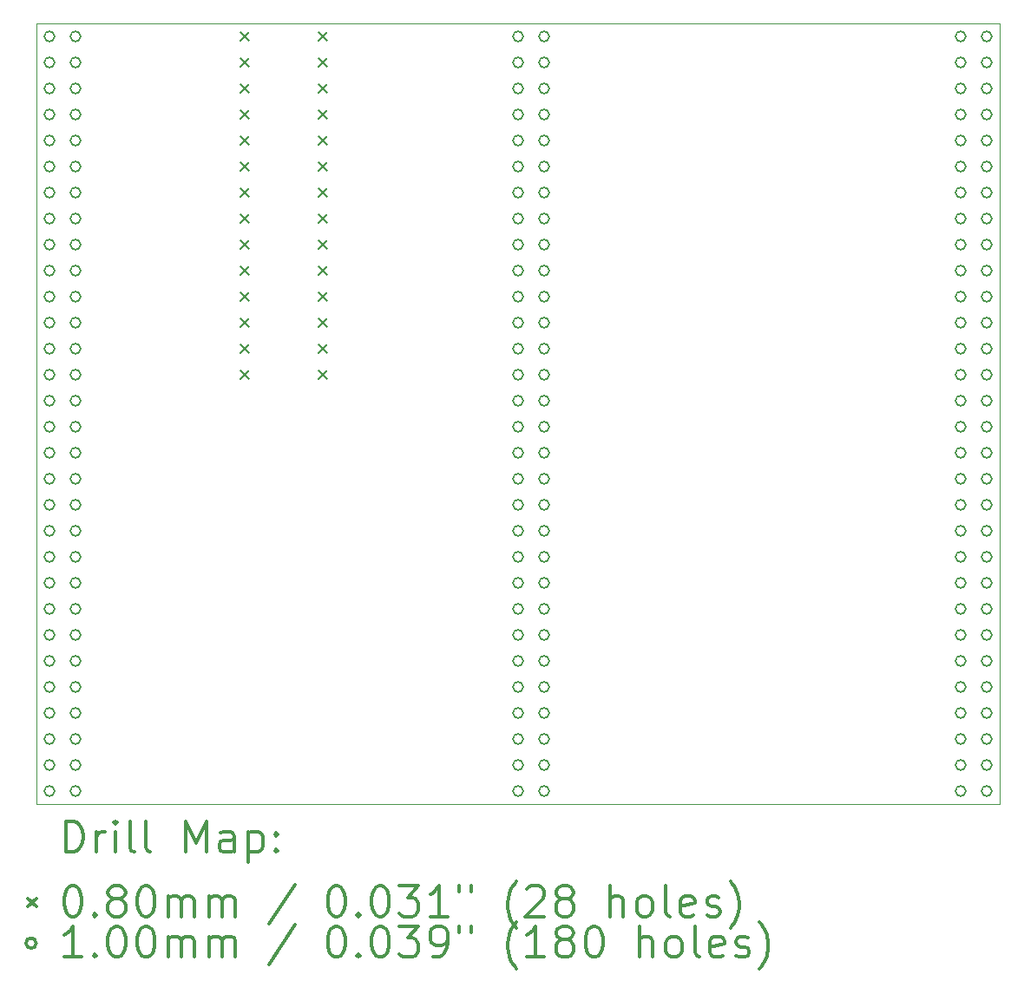
<source format=gbr>
%FSLAX45Y45*%
G04 Gerber Fmt 4.5, Leading zero omitted, Abs format (unit mm)*
G04 Created by KiCad (PCBNEW 5.1.5+dfsg1-2build2) date 2021-12-31 02:47:54*
%MOMM*%
%LPD*%
G04 APERTURE LIST*
%TA.AperFunction,Profile*%
%ADD10C,0.050000*%
%TD*%
%ADD11C,0.200000*%
%ADD12C,0.300000*%
G04 APERTURE END LIST*
D10*
X4953000Y-2667000D02*
X4953000Y-10287000D01*
X14351000Y-2667000D02*
X4953000Y-2667000D01*
X14351000Y-10287000D02*
X14351000Y-2667000D01*
X4953000Y-10287000D02*
X14351000Y-10287000D01*
D11*
X6945000Y-2754000D02*
X7025000Y-2834000D01*
X7025000Y-2754000D02*
X6945000Y-2834000D01*
X6945000Y-3008000D02*
X7025000Y-3088000D01*
X7025000Y-3008000D02*
X6945000Y-3088000D01*
X6945000Y-3262000D02*
X7025000Y-3342000D01*
X7025000Y-3262000D02*
X6945000Y-3342000D01*
X6945000Y-3516000D02*
X7025000Y-3596000D01*
X7025000Y-3516000D02*
X6945000Y-3596000D01*
X6945000Y-3770000D02*
X7025000Y-3850000D01*
X7025000Y-3770000D02*
X6945000Y-3850000D01*
X6945000Y-4024000D02*
X7025000Y-4104000D01*
X7025000Y-4024000D02*
X6945000Y-4104000D01*
X6945000Y-4278000D02*
X7025000Y-4358000D01*
X7025000Y-4278000D02*
X6945000Y-4358000D01*
X6945000Y-4532000D02*
X7025000Y-4612000D01*
X7025000Y-4532000D02*
X6945000Y-4612000D01*
X6945000Y-4786000D02*
X7025000Y-4866000D01*
X7025000Y-4786000D02*
X6945000Y-4866000D01*
X6945000Y-5040000D02*
X7025000Y-5120000D01*
X7025000Y-5040000D02*
X6945000Y-5120000D01*
X6945000Y-5294000D02*
X7025000Y-5374000D01*
X7025000Y-5294000D02*
X6945000Y-5374000D01*
X6945000Y-5548000D02*
X7025000Y-5628000D01*
X7025000Y-5548000D02*
X6945000Y-5628000D01*
X6945000Y-5802000D02*
X7025000Y-5882000D01*
X7025000Y-5802000D02*
X6945000Y-5882000D01*
X6945000Y-6056000D02*
X7025000Y-6136000D01*
X7025000Y-6056000D02*
X6945000Y-6136000D01*
X7707000Y-2754000D02*
X7787000Y-2834000D01*
X7787000Y-2754000D02*
X7707000Y-2834000D01*
X7707000Y-3008000D02*
X7787000Y-3088000D01*
X7787000Y-3008000D02*
X7707000Y-3088000D01*
X7707000Y-3262000D02*
X7787000Y-3342000D01*
X7787000Y-3262000D02*
X7707000Y-3342000D01*
X7707000Y-3516000D02*
X7787000Y-3596000D01*
X7787000Y-3516000D02*
X7707000Y-3596000D01*
X7707000Y-3770000D02*
X7787000Y-3850000D01*
X7787000Y-3770000D02*
X7707000Y-3850000D01*
X7707000Y-4024000D02*
X7787000Y-4104000D01*
X7787000Y-4024000D02*
X7707000Y-4104000D01*
X7707000Y-4278000D02*
X7787000Y-4358000D01*
X7787000Y-4278000D02*
X7707000Y-4358000D01*
X7707000Y-4532000D02*
X7787000Y-4612000D01*
X7787000Y-4532000D02*
X7707000Y-4612000D01*
X7707000Y-4786000D02*
X7787000Y-4866000D01*
X7787000Y-4786000D02*
X7707000Y-4866000D01*
X7707000Y-5040000D02*
X7787000Y-5120000D01*
X7787000Y-5040000D02*
X7707000Y-5120000D01*
X7707000Y-5294000D02*
X7787000Y-5374000D01*
X7787000Y-5294000D02*
X7707000Y-5374000D01*
X7707000Y-5548000D02*
X7787000Y-5628000D01*
X7787000Y-5548000D02*
X7707000Y-5628000D01*
X7707000Y-5802000D02*
X7787000Y-5882000D01*
X7787000Y-5802000D02*
X7707000Y-5882000D01*
X7707000Y-6056000D02*
X7787000Y-6136000D01*
X7787000Y-6056000D02*
X7707000Y-6136000D01*
X14020000Y-2794000D02*
G75*
G03X14020000Y-2794000I-50000J0D01*
G01*
X14020000Y-3048000D02*
G75*
G03X14020000Y-3048000I-50000J0D01*
G01*
X14020000Y-3302000D02*
G75*
G03X14020000Y-3302000I-50000J0D01*
G01*
X14020000Y-3556000D02*
G75*
G03X14020000Y-3556000I-50000J0D01*
G01*
X14020000Y-3810000D02*
G75*
G03X14020000Y-3810000I-50000J0D01*
G01*
X14020000Y-4064000D02*
G75*
G03X14020000Y-4064000I-50000J0D01*
G01*
X14020000Y-4318000D02*
G75*
G03X14020000Y-4318000I-50000J0D01*
G01*
X14020000Y-4572000D02*
G75*
G03X14020000Y-4572000I-50000J0D01*
G01*
X14020000Y-4826000D02*
G75*
G03X14020000Y-4826000I-50000J0D01*
G01*
X14020000Y-5080000D02*
G75*
G03X14020000Y-5080000I-50000J0D01*
G01*
X14020000Y-5334000D02*
G75*
G03X14020000Y-5334000I-50000J0D01*
G01*
X14020000Y-5588000D02*
G75*
G03X14020000Y-5588000I-50000J0D01*
G01*
X14020000Y-5842000D02*
G75*
G03X14020000Y-5842000I-50000J0D01*
G01*
X14020000Y-6096000D02*
G75*
G03X14020000Y-6096000I-50000J0D01*
G01*
X14020000Y-6350000D02*
G75*
G03X14020000Y-6350000I-50000J0D01*
G01*
X14020000Y-6604000D02*
G75*
G03X14020000Y-6604000I-50000J0D01*
G01*
X14020000Y-6858000D02*
G75*
G03X14020000Y-6858000I-50000J0D01*
G01*
X14020000Y-7112000D02*
G75*
G03X14020000Y-7112000I-50000J0D01*
G01*
X14020000Y-7366000D02*
G75*
G03X14020000Y-7366000I-50000J0D01*
G01*
X14020000Y-7620000D02*
G75*
G03X14020000Y-7620000I-50000J0D01*
G01*
X14020000Y-7874000D02*
G75*
G03X14020000Y-7874000I-50000J0D01*
G01*
X14020000Y-8128000D02*
G75*
G03X14020000Y-8128000I-50000J0D01*
G01*
X14020000Y-8382000D02*
G75*
G03X14020000Y-8382000I-50000J0D01*
G01*
X14020000Y-8636000D02*
G75*
G03X14020000Y-8636000I-50000J0D01*
G01*
X14020000Y-8890000D02*
G75*
G03X14020000Y-8890000I-50000J0D01*
G01*
X14020000Y-9144000D02*
G75*
G03X14020000Y-9144000I-50000J0D01*
G01*
X14020000Y-9398000D02*
G75*
G03X14020000Y-9398000I-50000J0D01*
G01*
X14020000Y-9652000D02*
G75*
G03X14020000Y-9652000I-50000J0D01*
G01*
X14020000Y-9906000D02*
G75*
G03X14020000Y-9906000I-50000J0D01*
G01*
X14020000Y-10160000D02*
G75*
G03X14020000Y-10160000I-50000J0D01*
G01*
X14274000Y-2794000D02*
G75*
G03X14274000Y-2794000I-50000J0D01*
G01*
X14274000Y-3048000D02*
G75*
G03X14274000Y-3048000I-50000J0D01*
G01*
X14274000Y-3302000D02*
G75*
G03X14274000Y-3302000I-50000J0D01*
G01*
X14274000Y-3556000D02*
G75*
G03X14274000Y-3556000I-50000J0D01*
G01*
X14274000Y-3810000D02*
G75*
G03X14274000Y-3810000I-50000J0D01*
G01*
X14274000Y-4064000D02*
G75*
G03X14274000Y-4064000I-50000J0D01*
G01*
X14274000Y-4318000D02*
G75*
G03X14274000Y-4318000I-50000J0D01*
G01*
X14274000Y-4572000D02*
G75*
G03X14274000Y-4572000I-50000J0D01*
G01*
X14274000Y-4826000D02*
G75*
G03X14274000Y-4826000I-50000J0D01*
G01*
X14274000Y-5080000D02*
G75*
G03X14274000Y-5080000I-50000J0D01*
G01*
X14274000Y-5334000D02*
G75*
G03X14274000Y-5334000I-50000J0D01*
G01*
X14274000Y-5588000D02*
G75*
G03X14274000Y-5588000I-50000J0D01*
G01*
X14274000Y-5842000D02*
G75*
G03X14274000Y-5842000I-50000J0D01*
G01*
X14274000Y-6096000D02*
G75*
G03X14274000Y-6096000I-50000J0D01*
G01*
X14274000Y-6350000D02*
G75*
G03X14274000Y-6350000I-50000J0D01*
G01*
X14274000Y-6604000D02*
G75*
G03X14274000Y-6604000I-50000J0D01*
G01*
X14274000Y-6858000D02*
G75*
G03X14274000Y-6858000I-50000J0D01*
G01*
X14274000Y-7112000D02*
G75*
G03X14274000Y-7112000I-50000J0D01*
G01*
X14274000Y-7366000D02*
G75*
G03X14274000Y-7366000I-50000J0D01*
G01*
X14274000Y-7620000D02*
G75*
G03X14274000Y-7620000I-50000J0D01*
G01*
X14274000Y-7874000D02*
G75*
G03X14274000Y-7874000I-50000J0D01*
G01*
X14274000Y-8128000D02*
G75*
G03X14274000Y-8128000I-50000J0D01*
G01*
X14274000Y-8382000D02*
G75*
G03X14274000Y-8382000I-50000J0D01*
G01*
X14274000Y-8636000D02*
G75*
G03X14274000Y-8636000I-50000J0D01*
G01*
X14274000Y-8890000D02*
G75*
G03X14274000Y-8890000I-50000J0D01*
G01*
X14274000Y-9144000D02*
G75*
G03X14274000Y-9144000I-50000J0D01*
G01*
X14274000Y-9398000D02*
G75*
G03X14274000Y-9398000I-50000J0D01*
G01*
X14274000Y-9652000D02*
G75*
G03X14274000Y-9652000I-50000J0D01*
G01*
X14274000Y-9906000D02*
G75*
G03X14274000Y-9906000I-50000J0D01*
G01*
X14274000Y-10160000D02*
G75*
G03X14274000Y-10160000I-50000J0D01*
G01*
X9702000Y-2794000D02*
G75*
G03X9702000Y-2794000I-50000J0D01*
G01*
X9702000Y-3048000D02*
G75*
G03X9702000Y-3048000I-50000J0D01*
G01*
X9702000Y-3302000D02*
G75*
G03X9702000Y-3302000I-50000J0D01*
G01*
X9702000Y-3556000D02*
G75*
G03X9702000Y-3556000I-50000J0D01*
G01*
X9702000Y-3810000D02*
G75*
G03X9702000Y-3810000I-50000J0D01*
G01*
X9702000Y-4064000D02*
G75*
G03X9702000Y-4064000I-50000J0D01*
G01*
X9702000Y-4318000D02*
G75*
G03X9702000Y-4318000I-50000J0D01*
G01*
X9702000Y-4572000D02*
G75*
G03X9702000Y-4572000I-50000J0D01*
G01*
X9702000Y-4826000D02*
G75*
G03X9702000Y-4826000I-50000J0D01*
G01*
X9702000Y-5080000D02*
G75*
G03X9702000Y-5080000I-50000J0D01*
G01*
X9702000Y-5334000D02*
G75*
G03X9702000Y-5334000I-50000J0D01*
G01*
X9702000Y-5588000D02*
G75*
G03X9702000Y-5588000I-50000J0D01*
G01*
X9702000Y-5842000D02*
G75*
G03X9702000Y-5842000I-50000J0D01*
G01*
X9702000Y-6096000D02*
G75*
G03X9702000Y-6096000I-50000J0D01*
G01*
X9702000Y-6350000D02*
G75*
G03X9702000Y-6350000I-50000J0D01*
G01*
X9702000Y-6604000D02*
G75*
G03X9702000Y-6604000I-50000J0D01*
G01*
X9702000Y-6858000D02*
G75*
G03X9702000Y-6858000I-50000J0D01*
G01*
X9702000Y-7112000D02*
G75*
G03X9702000Y-7112000I-50000J0D01*
G01*
X9702000Y-7366000D02*
G75*
G03X9702000Y-7366000I-50000J0D01*
G01*
X9702000Y-7620000D02*
G75*
G03X9702000Y-7620000I-50000J0D01*
G01*
X9702000Y-7874000D02*
G75*
G03X9702000Y-7874000I-50000J0D01*
G01*
X9702000Y-8128000D02*
G75*
G03X9702000Y-8128000I-50000J0D01*
G01*
X9702000Y-8382000D02*
G75*
G03X9702000Y-8382000I-50000J0D01*
G01*
X9702000Y-8636000D02*
G75*
G03X9702000Y-8636000I-50000J0D01*
G01*
X9702000Y-8890000D02*
G75*
G03X9702000Y-8890000I-50000J0D01*
G01*
X9702000Y-9144000D02*
G75*
G03X9702000Y-9144000I-50000J0D01*
G01*
X9702000Y-9398000D02*
G75*
G03X9702000Y-9398000I-50000J0D01*
G01*
X9702000Y-9652000D02*
G75*
G03X9702000Y-9652000I-50000J0D01*
G01*
X9702000Y-9906000D02*
G75*
G03X9702000Y-9906000I-50000J0D01*
G01*
X9702000Y-10160000D02*
G75*
G03X9702000Y-10160000I-50000J0D01*
G01*
X9956000Y-2794000D02*
G75*
G03X9956000Y-2794000I-50000J0D01*
G01*
X9956000Y-3048000D02*
G75*
G03X9956000Y-3048000I-50000J0D01*
G01*
X9956000Y-3302000D02*
G75*
G03X9956000Y-3302000I-50000J0D01*
G01*
X9956000Y-3556000D02*
G75*
G03X9956000Y-3556000I-50000J0D01*
G01*
X9956000Y-3810000D02*
G75*
G03X9956000Y-3810000I-50000J0D01*
G01*
X9956000Y-4064000D02*
G75*
G03X9956000Y-4064000I-50000J0D01*
G01*
X9956000Y-4318000D02*
G75*
G03X9956000Y-4318000I-50000J0D01*
G01*
X9956000Y-4572000D02*
G75*
G03X9956000Y-4572000I-50000J0D01*
G01*
X9956000Y-4826000D02*
G75*
G03X9956000Y-4826000I-50000J0D01*
G01*
X9956000Y-5080000D02*
G75*
G03X9956000Y-5080000I-50000J0D01*
G01*
X9956000Y-5334000D02*
G75*
G03X9956000Y-5334000I-50000J0D01*
G01*
X9956000Y-5588000D02*
G75*
G03X9956000Y-5588000I-50000J0D01*
G01*
X9956000Y-5842000D02*
G75*
G03X9956000Y-5842000I-50000J0D01*
G01*
X9956000Y-6096000D02*
G75*
G03X9956000Y-6096000I-50000J0D01*
G01*
X9956000Y-6350000D02*
G75*
G03X9956000Y-6350000I-50000J0D01*
G01*
X9956000Y-6604000D02*
G75*
G03X9956000Y-6604000I-50000J0D01*
G01*
X9956000Y-6858000D02*
G75*
G03X9956000Y-6858000I-50000J0D01*
G01*
X9956000Y-7112000D02*
G75*
G03X9956000Y-7112000I-50000J0D01*
G01*
X9956000Y-7366000D02*
G75*
G03X9956000Y-7366000I-50000J0D01*
G01*
X9956000Y-7620000D02*
G75*
G03X9956000Y-7620000I-50000J0D01*
G01*
X9956000Y-7874000D02*
G75*
G03X9956000Y-7874000I-50000J0D01*
G01*
X9956000Y-8128000D02*
G75*
G03X9956000Y-8128000I-50000J0D01*
G01*
X9956000Y-8382000D02*
G75*
G03X9956000Y-8382000I-50000J0D01*
G01*
X9956000Y-8636000D02*
G75*
G03X9956000Y-8636000I-50000J0D01*
G01*
X9956000Y-8890000D02*
G75*
G03X9956000Y-8890000I-50000J0D01*
G01*
X9956000Y-9144000D02*
G75*
G03X9956000Y-9144000I-50000J0D01*
G01*
X9956000Y-9398000D02*
G75*
G03X9956000Y-9398000I-50000J0D01*
G01*
X9956000Y-9652000D02*
G75*
G03X9956000Y-9652000I-50000J0D01*
G01*
X9956000Y-9906000D02*
G75*
G03X9956000Y-9906000I-50000J0D01*
G01*
X9956000Y-10160000D02*
G75*
G03X9956000Y-10160000I-50000J0D01*
G01*
X5130000Y-2794000D02*
G75*
G03X5130000Y-2794000I-50000J0D01*
G01*
X5130000Y-3048000D02*
G75*
G03X5130000Y-3048000I-50000J0D01*
G01*
X5130000Y-3302000D02*
G75*
G03X5130000Y-3302000I-50000J0D01*
G01*
X5130000Y-3556000D02*
G75*
G03X5130000Y-3556000I-50000J0D01*
G01*
X5130000Y-3810000D02*
G75*
G03X5130000Y-3810000I-50000J0D01*
G01*
X5130000Y-4064000D02*
G75*
G03X5130000Y-4064000I-50000J0D01*
G01*
X5130000Y-4318000D02*
G75*
G03X5130000Y-4318000I-50000J0D01*
G01*
X5130000Y-4572000D02*
G75*
G03X5130000Y-4572000I-50000J0D01*
G01*
X5130000Y-4826000D02*
G75*
G03X5130000Y-4826000I-50000J0D01*
G01*
X5130000Y-5080000D02*
G75*
G03X5130000Y-5080000I-50000J0D01*
G01*
X5130000Y-5334000D02*
G75*
G03X5130000Y-5334000I-50000J0D01*
G01*
X5130000Y-5588000D02*
G75*
G03X5130000Y-5588000I-50000J0D01*
G01*
X5130000Y-5842000D02*
G75*
G03X5130000Y-5842000I-50000J0D01*
G01*
X5130000Y-6096000D02*
G75*
G03X5130000Y-6096000I-50000J0D01*
G01*
X5130000Y-6350000D02*
G75*
G03X5130000Y-6350000I-50000J0D01*
G01*
X5130000Y-6604000D02*
G75*
G03X5130000Y-6604000I-50000J0D01*
G01*
X5130000Y-6858000D02*
G75*
G03X5130000Y-6858000I-50000J0D01*
G01*
X5130000Y-7112000D02*
G75*
G03X5130000Y-7112000I-50000J0D01*
G01*
X5130000Y-7366000D02*
G75*
G03X5130000Y-7366000I-50000J0D01*
G01*
X5130000Y-7620000D02*
G75*
G03X5130000Y-7620000I-50000J0D01*
G01*
X5130000Y-7874000D02*
G75*
G03X5130000Y-7874000I-50000J0D01*
G01*
X5130000Y-8128000D02*
G75*
G03X5130000Y-8128000I-50000J0D01*
G01*
X5130000Y-8382000D02*
G75*
G03X5130000Y-8382000I-50000J0D01*
G01*
X5130000Y-8636000D02*
G75*
G03X5130000Y-8636000I-50000J0D01*
G01*
X5130000Y-8890000D02*
G75*
G03X5130000Y-8890000I-50000J0D01*
G01*
X5130000Y-9144000D02*
G75*
G03X5130000Y-9144000I-50000J0D01*
G01*
X5130000Y-9398000D02*
G75*
G03X5130000Y-9398000I-50000J0D01*
G01*
X5130000Y-9652000D02*
G75*
G03X5130000Y-9652000I-50000J0D01*
G01*
X5130000Y-9906000D02*
G75*
G03X5130000Y-9906000I-50000J0D01*
G01*
X5130000Y-10160000D02*
G75*
G03X5130000Y-10160000I-50000J0D01*
G01*
X5384000Y-2794000D02*
G75*
G03X5384000Y-2794000I-50000J0D01*
G01*
X5384000Y-3048000D02*
G75*
G03X5384000Y-3048000I-50000J0D01*
G01*
X5384000Y-3302000D02*
G75*
G03X5384000Y-3302000I-50000J0D01*
G01*
X5384000Y-3556000D02*
G75*
G03X5384000Y-3556000I-50000J0D01*
G01*
X5384000Y-3810000D02*
G75*
G03X5384000Y-3810000I-50000J0D01*
G01*
X5384000Y-4064000D02*
G75*
G03X5384000Y-4064000I-50000J0D01*
G01*
X5384000Y-4318000D02*
G75*
G03X5384000Y-4318000I-50000J0D01*
G01*
X5384000Y-4572000D02*
G75*
G03X5384000Y-4572000I-50000J0D01*
G01*
X5384000Y-4826000D02*
G75*
G03X5384000Y-4826000I-50000J0D01*
G01*
X5384000Y-5080000D02*
G75*
G03X5384000Y-5080000I-50000J0D01*
G01*
X5384000Y-5334000D02*
G75*
G03X5384000Y-5334000I-50000J0D01*
G01*
X5384000Y-5588000D02*
G75*
G03X5384000Y-5588000I-50000J0D01*
G01*
X5384000Y-5842000D02*
G75*
G03X5384000Y-5842000I-50000J0D01*
G01*
X5384000Y-6096000D02*
G75*
G03X5384000Y-6096000I-50000J0D01*
G01*
X5384000Y-6350000D02*
G75*
G03X5384000Y-6350000I-50000J0D01*
G01*
X5384000Y-6604000D02*
G75*
G03X5384000Y-6604000I-50000J0D01*
G01*
X5384000Y-6858000D02*
G75*
G03X5384000Y-6858000I-50000J0D01*
G01*
X5384000Y-7112000D02*
G75*
G03X5384000Y-7112000I-50000J0D01*
G01*
X5384000Y-7366000D02*
G75*
G03X5384000Y-7366000I-50000J0D01*
G01*
X5384000Y-7620000D02*
G75*
G03X5384000Y-7620000I-50000J0D01*
G01*
X5384000Y-7874000D02*
G75*
G03X5384000Y-7874000I-50000J0D01*
G01*
X5384000Y-8128000D02*
G75*
G03X5384000Y-8128000I-50000J0D01*
G01*
X5384000Y-8382000D02*
G75*
G03X5384000Y-8382000I-50000J0D01*
G01*
X5384000Y-8636000D02*
G75*
G03X5384000Y-8636000I-50000J0D01*
G01*
X5384000Y-8890000D02*
G75*
G03X5384000Y-8890000I-50000J0D01*
G01*
X5384000Y-9144000D02*
G75*
G03X5384000Y-9144000I-50000J0D01*
G01*
X5384000Y-9398000D02*
G75*
G03X5384000Y-9398000I-50000J0D01*
G01*
X5384000Y-9652000D02*
G75*
G03X5384000Y-9652000I-50000J0D01*
G01*
X5384000Y-9906000D02*
G75*
G03X5384000Y-9906000I-50000J0D01*
G01*
X5384000Y-10160000D02*
G75*
G03X5384000Y-10160000I-50000J0D01*
G01*
D12*
X5236928Y-10755214D02*
X5236928Y-10455214D01*
X5308357Y-10455214D01*
X5351214Y-10469500D01*
X5379786Y-10498072D01*
X5394071Y-10526643D01*
X5408357Y-10583786D01*
X5408357Y-10626643D01*
X5394071Y-10683786D01*
X5379786Y-10712357D01*
X5351214Y-10740929D01*
X5308357Y-10755214D01*
X5236928Y-10755214D01*
X5536928Y-10755214D02*
X5536928Y-10555214D01*
X5536928Y-10612357D02*
X5551214Y-10583786D01*
X5565500Y-10569500D01*
X5594071Y-10555214D01*
X5622643Y-10555214D01*
X5722643Y-10755214D02*
X5722643Y-10555214D01*
X5722643Y-10455214D02*
X5708357Y-10469500D01*
X5722643Y-10483786D01*
X5736928Y-10469500D01*
X5722643Y-10455214D01*
X5722643Y-10483786D01*
X5908357Y-10755214D02*
X5879786Y-10740929D01*
X5865500Y-10712357D01*
X5865500Y-10455214D01*
X6065500Y-10755214D02*
X6036928Y-10740929D01*
X6022643Y-10712357D01*
X6022643Y-10455214D01*
X6408357Y-10755214D02*
X6408357Y-10455214D01*
X6508357Y-10669500D01*
X6608357Y-10455214D01*
X6608357Y-10755214D01*
X6879786Y-10755214D02*
X6879786Y-10598072D01*
X6865500Y-10569500D01*
X6836928Y-10555214D01*
X6779786Y-10555214D01*
X6751214Y-10569500D01*
X6879786Y-10740929D02*
X6851214Y-10755214D01*
X6779786Y-10755214D01*
X6751214Y-10740929D01*
X6736928Y-10712357D01*
X6736928Y-10683786D01*
X6751214Y-10655214D01*
X6779786Y-10640929D01*
X6851214Y-10640929D01*
X6879786Y-10626643D01*
X7022643Y-10555214D02*
X7022643Y-10855214D01*
X7022643Y-10569500D02*
X7051214Y-10555214D01*
X7108357Y-10555214D01*
X7136928Y-10569500D01*
X7151214Y-10583786D01*
X7165500Y-10612357D01*
X7165500Y-10698072D01*
X7151214Y-10726643D01*
X7136928Y-10740929D01*
X7108357Y-10755214D01*
X7051214Y-10755214D01*
X7022643Y-10740929D01*
X7294071Y-10726643D02*
X7308357Y-10740929D01*
X7294071Y-10755214D01*
X7279786Y-10740929D01*
X7294071Y-10726643D01*
X7294071Y-10755214D01*
X7294071Y-10569500D02*
X7308357Y-10583786D01*
X7294071Y-10598072D01*
X7279786Y-10583786D01*
X7294071Y-10569500D01*
X7294071Y-10598072D01*
X4870500Y-11209500D02*
X4950500Y-11289500D01*
X4950500Y-11209500D02*
X4870500Y-11289500D01*
X5294071Y-11085214D02*
X5322643Y-11085214D01*
X5351214Y-11099500D01*
X5365500Y-11113786D01*
X5379786Y-11142357D01*
X5394071Y-11199500D01*
X5394071Y-11270929D01*
X5379786Y-11328071D01*
X5365500Y-11356643D01*
X5351214Y-11370929D01*
X5322643Y-11385214D01*
X5294071Y-11385214D01*
X5265500Y-11370929D01*
X5251214Y-11356643D01*
X5236928Y-11328071D01*
X5222643Y-11270929D01*
X5222643Y-11199500D01*
X5236928Y-11142357D01*
X5251214Y-11113786D01*
X5265500Y-11099500D01*
X5294071Y-11085214D01*
X5522643Y-11356643D02*
X5536928Y-11370929D01*
X5522643Y-11385214D01*
X5508357Y-11370929D01*
X5522643Y-11356643D01*
X5522643Y-11385214D01*
X5708357Y-11213786D02*
X5679786Y-11199500D01*
X5665500Y-11185214D01*
X5651214Y-11156643D01*
X5651214Y-11142357D01*
X5665500Y-11113786D01*
X5679786Y-11099500D01*
X5708357Y-11085214D01*
X5765500Y-11085214D01*
X5794071Y-11099500D01*
X5808357Y-11113786D01*
X5822643Y-11142357D01*
X5822643Y-11156643D01*
X5808357Y-11185214D01*
X5794071Y-11199500D01*
X5765500Y-11213786D01*
X5708357Y-11213786D01*
X5679786Y-11228071D01*
X5665500Y-11242357D01*
X5651214Y-11270929D01*
X5651214Y-11328071D01*
X5665500Y-11356643D01*
X5679786Y-11370929D01*
X5708357Y-11385214D01*
X5765500Y-11385214D01*
X5794071Y-11370929D01*
X5808357Y-11356643D01*
X5822643Y-11328071D01*
X5822643Y-11270929D01*
X5808357Y-11242357D01*
X5794071Y-11228071D01*
X5765500Y-11213786D01*
X6008357Y-11085214D02*
X6036928Y-11085214D01*
X6065500Y-11099500D01*
X6079786Y-11113786D01*
X6094071Y-11142357D01*
X6108357Y-11199500D01*
X6108357Y-11270929D01*
X6094071Y-11328071D01*
X6079786Y-11356643D01*
X6065500Y-11370929D01*
X6036928Y-11385214D01*
X6008357Y-11385214D01*
X5979786Y-11370929D01*
X5965500Y-11356643D01*
X5951214Y-11328071D01*
X5936928Y-11270929D01*
X5936928Y-11199500D01*
X5951214Y-11142357D01*
X5965500Y-11113786D01*
X5979786Y-11099500D01*
X6008357Y-11085214D01*
X6236928Y-11385214D02*
X6236928Y-11185214D01*
X6236928Y-11213786D02*
X6251214Y-11199500D01*
X6279786Y-11185214D01*
X6322643Y-11185214D01*
X6351214Y-11199500D01*
X6365500Y-11228071D01*
X6365500Y-11385214D01*
X6365500Y-11228071D02*
X6379786Y-11199500D01*
X6408357Y-11185214D01*
X6451214Y-11185214D01*
X6479786Y-11199500D01*
X6494071Y-11228071D01*
X6494071Y-11385214D01*
X6636928Y-11385214D02*
X6636928Y-11185214D01*
X6636928Y-11213786D02*
X6651214Y-11199500D01*
X6679786Y-11185214D01*
X6722643Y-11185214D01*
X6751214Y-11199500D01*
X6765500Y-11228071D01*
X6765500Y-11385214D01*
X6765500Y-11228071D02*
X6779786Y-11199500D01*
X6808357Y-11185214D01*
X6851214Y-11185214D01*
X6879786Y-11199500D01*
X6894071Y-11228071D01*
X6894071Y-11385214D01*
X7479786Y-11070929D02*
X7222643Y-11456643D01*
X7865500Y-11085214D02*
X7894071Y-11085214D01*
X7922643Y-11099500D01*
X7936928Y-11113786D01*
X7951214Y-11142357D01*
X7965500Y-11199500D01*
X7965500Y-11270929D01*
X7951214Y-11328071D01*
X7936928Y-11356643D01*
X7922643Y-11370929D01*
X7894071Y-11385214D01*
X7865500Y-11385214D01*
X7836928Y-11370929D01*
X7822643Y-11356643D01*
X7808357Y-11328071D01*
X7794071Y-11270929D01*
X7794071Y-11199500D01*
X7808357Y-11142357D01*
X7822643Y-11113786D01*
X7836928Y-11099500D01*
X7865500Y-11085214D01*
X8094071Y-11356643D02*
X8108357Y-11370929D01*
X8094071Y-11385214D01*
X8079786Y-11370929D01*
X8094071Y-11356643D01*
X8094071Y-11385214D01*
X8294071Y-11085214D02*
X8322643Y-11085214D01*
X8351214Y-11099500D01*
X8365500Y-11113786D01*
X8379786Y-11142357D01*
X8394071Y-11199500D01*
X8394071Y-11270929D01*
X8379786Y-11328071D01*
X8365500Y-11356643D01*
X8351214Y-11370929D01*
X8322643Y-11385214D01*
X8294071Y-11385214D01*
X8265500Y-11370929D01*
X8251214Y-11356643D01*
X8236928Y-11328071D01*
X8222643Y-11270929D01*
X8222643Y-11199500D01*
X8236928Y-11142357D01*
X8251214Y-11113786D01*
X8265500Y-11099500D01*
X8294071Y-11085214D01*
X8494071Y-11085214D02*
X8679786Y-11085214D01*
X8579786Y-11199500D01*
X8622643Y-11199500D01*
X8651214Y-11213786D01*
X8665500Y-11228071D01*
X8679786Y-11256643D01*
X8679786Y-11328071D01*
X8665500Y-11356643D01*
X8651214Y-11370929D01*
X8622643Y-11385214D01*
X8536928Y-11385214D01*
X8508357Y-11370929D01*
X8494071Y-11356643D01*
X8965500Y-11385214D02*
X8794071Y-11385214D01*
X8879786Y-11385214D02*
X8879786Y-11085214D01*
X8851214Y-11128072D01*
X8822643Y-11156643D01*
X8794071Y-11170929D01*
X9079786Y-11085214D02*
X9079786Y-11142357D01*
X9194071Y-11085214D02*
X9194071Y-11142357D01*
X9636928Y-11499500D02*
X9622643Y-11485214D01*
X9594071Y-11442357D01*
X9579786Y-11413786D01*
X9565500Y-11370929D01*
X9551214Y-11299500D01*
X9551214Y-11242357D01*
X9565500Y-11170929D01*
X9579786Y-11128072D01*
X9594071Y-11099500D01*
X9622643Y-11056643D01*
X9636928Y-11042357D01*
X9736928Y-11113786D02*
X9751214Y-11099500D01*
X9779786Y-11085214D01*
X9851214Y-11085214D01*
X9879786Y-11099500D01*
X9894071Y-11113786D01*
X9908357Y-11142357D01*
X9908357Y-11170929D01*
X9894071Y-11213786D01*
X9722643Y-11385214D01*
X9908357Y-11385214D01*
X10079786Y-11213786D02*
X10051214Y-11199500D01*
X10036928Y-11185214D01*
X10022643Y-11156643D01*
X10022643Y-11142357D01*
X10036928Y-11113786D01*
X10051214Y-11099500D01*
X10079786Y-11085214D01*
X10136928Y-11085214D01*
X10165500Y-11099500D01*
X10179786Y-11113786D01*
X10194071Y-11142357D01*
X10194071Y-11156643D01*
X10179786Y-11185214D01*
X10165500Y-11199500D01*
X10136928Y-11213786D01*
X10079786Y-11213786D01*
X10051214Y-11228071D01*
X10036928Y-11242357D01*
X10022643Y-11270929D01*
X10022643Y-11328071D01*
X10036928Y-11356643D01*
X10051214Y-11370929D01*
X10079786Y-11385214D01*
X10136928Y-11385214D01*
X10165500Y-11370929D01*
X10179786Y-11356643D01*
X10194071Y-11328071D01*
X10194071Y-11270929D01*
X10179786Y-11242357D01*
X10165500Y-11228071D01*
X10136928Y-11213786D01*
X10551214Y-11385214D02*
X10551214Y-11085214D01*
X10679786Y-11385214D02*
X10679786Y-11228071D01*
X10665500Y-11199500D01*
X10636928Y-11185214D01*
X10594071Y-11185214D01*
X10565500Y-11199500D01*
X10551214Y-11213786D01*
X10865500Y-11385214D02*
X10836928Y-11370929D01*
X10822643Y-11356643D01*
X10808357Y-11328071D01*
X10808357Y-11242357D01*
X10822643Y-11213786D01*
X10836928Y-11199500D01*
X10865500Y-11185214D01*
X10908357Y-11185214D01*
X10936928Y-11199500D01*
X10951214Y-11213786D01*
X10965500Y-11242357D01*
X10965500Y-11328071D01*
X10951214Y-11356643D01*
X10936928Y-11370929D01*
X10908357Y-11385214D01*
X10865500Y-11385214D01*
X11136928Y-11385214D02*
X11108357Y-11370929D01*
X11094071Y-11342357D01*
X11094071Y-11085214D01*
X11365500Y-11370929D02*
X11336928Y-11385214D01*
X11279786Y-11385214D01*
X11251214Y-11370929D01*
X11236928Y-11342357D01*
X11236928Y-11228071D01*
X11251214Y-11199500D01*
X11279786Y-11185214D01*
X11336928Y-11185214D01*
X11365500Y-11199500D01*
X11379786Y-11228071D01*
X11379786Y-11256643D01*
X11236928Y-11285214D01*
X11494071Y-11370929D02*
X11522643Y-11385214D01*
X11579786Y-11385214D01*
X11608357Y-11370929D01*
X11622643Y-11342357D01*
X11622643Y-11328071D01*
X11608357Y-11299500D01*
X11579786Y-11285214D01*
X11536928Y-11285214D01*
X11508357Y-11270929D01*
X11494071Y-11242357D01*
X11494071Y-11228071D01*
X11508357Y-11199500D01*
X11536928Y-11185214D01*
X11579786Y-11185214D01*
X11608357Y-11199500D01*
X11722643Y-11499500D02*
X11736928Y-11485214D01*
X11765500Y-11442357D01*
X11779786Y-11413786D01*
X11794071Y-11370929D01*
X11808357Y-11299500D01*
X11808357Y-11242357D01*
X11794071Y-11170929D01*
X11779786Y-11128072D01*
X11765500Y-11099500D01*
X11736928Y-11056643D01*
X11722643Y-11042357D01*
X4950500Y-11645500D02*
G75*
G03X4950500Y-11645500I-50000J0D01*
G01*
X5394071Y-11781214D02*
X5222643Y-11781214D01*
X5308357Y-11781214D02*
X5308357Y-11481214D01*
X5279786Y-11524071D01*
X5251214Y-11552643D01*
X5222643Y-11566929D01*
X5522643Y-11752643D02*
X5536928Y-11766929D01*
X5522643Y-11781214D01*
X5508357Y-11766929D01*
X5522643Y-11752643D01*
X5522643Y-11781214D01*
X5722643Y-11481214D02*
X5751214Y-11481214D01*
X5779786Y-11495500D01*
X5794071Y-11509786D01*
X5808357Y-11538357D01*
X5822643Y-11595500D01*
X5822643Y-11666929D01*
X5808357Y-11724071D01*
X5794071Y-11752643D01*
X5779786Y-11766929D01*
X5751214Y-11781214D01*
X5722643Y-11781214D01*
X5694071Y-11766929D01*
X5679786Y-11752643D01*
X5665500Y-11724071D01*
X5651214Y-11666929D01*
X5651214Y-11595500D01*
X5665500Y-11538357D01*
X5679786Y-11509786D01*
X5694071Y-11495500D01*
X5722643Y-11481214D01*
X6008357Y-11481214D02*
X6036928Y-11481214D01*
X6065500Y-11495500D01*
X6079786Y-11509786D01*
X6094071Y-11538357D01*
X6108357Y-11595500D01*
X6108357Y-11666929D01*
X6094071Y-11724071D01*
X6079786Y-11752643D01*
X6065500Y-11766929D01*
X6036928Y-11781214D01*
X6008357Y-11781214D01*
X5979786Y-11766929D01*
X5965500Y-11752643D01*
X5951214Y-11724071D01*
X5936928Y-11666929D01*
X5936928Y-11595500D01*
X5951214Y-11538357D01*
X5965500Y-11509786D01*
X5979786Y-11495500D01*
X6008357Y-11481214D01*
X6236928Y-11781214D02*
X6236928Y-11581214D01*
X6236928Y-11609786D02*
X6251214Y-11595500D01*
X6279786Y-11581214D01*
X6322643Y-11581214D01*
X6351214Y-11595500D01*
X6365500Y-11624071D01*
X6365500Y-11781214D01*
X6365500Y-11624071D02*
X6379786Y-11595500D01*
X6408357Y-11581214D01*
X6451214Y-11581214D01*
X6479786Y-11595500D01*
X6494071Y-11624071D01*
X6494071Y-11781214D01*
X6636928Y-11781214D02*
X6636928Y-11581214D01*
X6636928Y-11609786D02*
X6651214Y-11595500D01*
X6679786Y-11581214D01*
X6722643Y-11581214D01*
X6751214Y-11595500D01*
X6765500Y-11624071D01*
X6765500Y-11781214D01*
X6765500Y-11624071D02*
X6779786Y-11595500D01*
X6808357Y-11581214D01*
X6851214Y-11581214D01*
X6879786Y-11595500D01*
X6894071Y-11624071D01*
X6894071Y-11781214D01*
X7479786Y-11466929D02*
X7222643Y-11852643D01*
X7865500Y-11481214D02*
X7894071Y-11481214D01*
X7922643Y-11495500D01*
X7936928Y-11509786D01*
X7951214Y-11538357D01*
X7965500Y-11595500D01*
X7965500Y-11666929D01*
X7951214Y-11724071D01*
X7936928Y-11752643D01*
X7922643Y-11766929D01*
X7894071Y-11781214D01*
X7865500Y-11781214D01*
X7836928Y-11766929D01*
X7822643Y-11752643D01*
X7808357Y-11724071D01*
X7794071Y-11666929D01*
X7794071Y-11595500D01*
X7808357Y-11538357D01*
X7822643Y-11509786D01*
X7836928Y-11495500D01*
X7865500Y-11481214D01*
X8094071Y-11752643D02*
X8108357Y-11766929D01*
X8094071Y-11781214D01*
X8079786Y-11766929D01*
X8094071Y-11752643D01*
X8094071Y-11781214D01*
X8294071Y-11481214D02*
X8322643Y-11481214D01*
X8351214Y-11495500D01*
X8365500Y-11509786D01*
X8379786Y-11538357D01*
X8394071Y-11595500D01*
X8394071Y-11666929D01*
X8379786Y-11724071D01*
X8365500Y-11752643D01*
X8351214Y-11766929D01*
X8322643Y-11781214D01*
X8294071Y-11781214D01*
X8265500Y-11766929D01*
X8251214Y-11752643D01*
X8236928Y-11724071D01*
X8222643Y-11666929D01*
X8222643Y-11595500D01*
X8236928Y-11538357D01*
X8251214Y-11509786D01*
X8265500Y-11495500D01*
X8294071Y-11481214D01*
X8494071Y-11481214D02*
X8679786Y-11481214D01*
X8579786Y-11595500D01*
X8622643Y-11595500D01*
X8651214Y-11609786D01*
X8665500Y-11624071D01*
X8679786Y-11652643D01*
X8679786Y-11724071D01*
X8665500Y-11752643D01*
X8651214Y-11766929D01*
X8622643Y-11781214D01*
X8536928Y-11781214D01*
X8508357Y-11766929D01*
X8494071Y-11752643D01*
X8822643Y-11781214D02*
X8879786Y-11781214D01*
X8908357Y-11766929D01*
X8922643Y-11752643D01*
X8951214Y-11709786D01*
X8965500Y-11652643D01*
X8965500Y-11538357D01*
X8951214Y-11509786D01*
X8936928Y-11495500D01*
X8908357Y-11481214D01*
X8851214Y-11481214D01*
X8822643Y-11495500D01*
X8808357Y-11509786D01*
X8794071Y-11538357D01*
X8794071Y-11609786D01*
X8808357Y-11638357D01*
X8822643Y-11652643D01*
X8851214Y-11666929D01*
X8908357Y-11666929D01*
X8936928Y-11652643D01*
X8951214Y-11638357D01*
X8965500Y-11609786D01*
X9079786Y-11481214D02*
X9079786Y-11538357D01*
X9194071Y-11481214D02*
X9194071Y-11538357D01*
X9636928Y-11895500D02*
X9622643Y-11881214D01*
X9594071Y-11838357D01*
X9579786Y-11809786D01*
X9565500Y-11766929D01*
X9551214Y-11695500D01*
X9551214Y-11638357D01*
X9565500Y-11566929D01*
X9579786Y-11524071D01*
X9594071Y-11495500D01*
X9622643Y-11452643D01*
X9636928Y-11438357D01*
X9908357Y-11781214D02*
X9736928Y-11781214D01*
X9822643Y-11781214D02*
X9822643Y-11481214D01*
X9794071Y-11524071D01*
X9765500Y-11552643D01*
X9736928Y-11566929D01*
X10079786Y-11609786D02*
X10051214Y-11595500D01*
X10036928Y-11581214D01*
X10022643Y-11552643D01*
X10022643Y-11538357D01*
X10036928Y-11509786D01*
X10051214Y-11495500D01*
X10079786Y-11481214D01*
X10136928Y-11481214D01*
X10165500Y-11495500D01*
X10179786Y-11509786D01*
X10194071Y-11538357D01*
X10194071Y-11552643D01*
X10179786Y-11581214D01*
X10165500Y-11595500D01*
X10136928Y-11609786D01*
X10079786Y-11609786D01*
X10051214Y-11624071D01*
X10036928Y-11638357D01*
X10022643Y-11666929D01*
X10022643Y-11724071D01*
X10036928Y-11752643D01*
X10051214Y-11766929D01*
X10079786Y-11781214D01*
X10136928Y-11781214D01*
X10165500Y-11766929D01*
X10179786Y-11752643D01*
X10194071Y-11724071D01*
X10194071Y-11666929D01*
X10179786Y-11638357D01*
X10165500Y-11624071D01*
X10136928Y-11609786D01*
X10379786Y-11481214D02*
X10408357Y-11481214D01*
X10436928Y-11495500D01*
X10451214Y-11509786D01*
X10465500Y-11538357D01*
X10479786Y-11595500D01*
X10479786Y-11666929D01*
X10465500Y-11724071D01*
X10451214Y-11752643D01*
X10436928Y-11766929D01*
X10408357Y-11781214D01*
X10379786Y-11781214D01*
X10351214Y-11766929D01*
X10336928Y-11752643D01*
X10322643Y-11724071D01*
X10308357Y-11666929D01*
X10308357Y-11595500D01*
X10322643Y-11538357D01*
X10336928Y-11509786D01*
X10351214Y-11495500D01*
X10379786Y-11481214D01*
X10836928Y-11781214D02*
X10836928Y-11481214D01*
X10965500Y-11781214D02*
X10965500Y-11624071D01*
X10951214Y-11595500D01*
X10922643Y-11581214D01*
X10879786Y-11581214D01*
X10851214Y-11595500D01*
X10836928Y-11609786D01*
X11151214Y-11781214D02*
X11122643Y-11766929D01*
X11108357Y-11752643D01*
X11094071Y-11724071D01*
X11094071Y-11638357D01*
X11108357Y-11609786D01*
X11122643Y-11595500D01*
X11151214Y-11581214D01*
X11194071Y-11581214D01*
X11222643Y-11595500D01*
X11236928Y-11609786D01*
X11251214Y-11638357D01*
X11251214Y-11724071D01*
X11236928Y-11752643D01*
X11222643Y-11766929D01*
X11194071Y-11781214D01*
X11151214Y-11781214D01*
X11422643Y-11781214D02*
X11394071Y-11766929D01*
X11379786Y-11738357D01*
X11379786Y-11481214D01*
X11651214Y-11766929D02*
X11622643Y-11781214D01*
X11565500Y-11781214D01*
X11536928Y-11766929D01*
X11522643Y-11738357D01*
X11522643Y-11624071D01*
X11536928Y-11595500D01*
X11565500Y-11581214D01*
X11622643Y-11581214D01*
X11651214Y-11595500D01*
X11665500Y-11624071D01*
X11665500Y-11652643D01*
X11522643Y-11681214D01*
X11779786Y-11766929D02*
X11808357Y-11781214D01*
X11865500Y-11781214D01*
X11894071Y-11766929D01*
X11908357Y-11738357D01*
X11908357Y-11724071D01*
X11894071Y-11695500D01*
X11865500Y-11681214D01*
X11822643Y-11681214D01*
X11794071Y-11666929D01*
X11779786Y-11638357D01*
X11779786Y-11624071D01*
X11794071Y-11595500D01*
X11822643Y-11581214D01*
X11865500Y-11581214D01*
X11894071Y-11595500D01*
X12008357Y-11895500D02*
X12022643Y-11881214D01*
X12051214Y-11838357D01*
X12065500Y-11809786D01*
X12079786Y-11766929D01*
X12094071Y-11695500D01*
X12094071Y-11638357D01*
X12079786Y-11566929D01*
X12065500Y-11524071D01*
X12051214Y-11495500D01*
X12022643Y-11452643D01*
X12008357Y-11438357D01*
M02*

</source>
